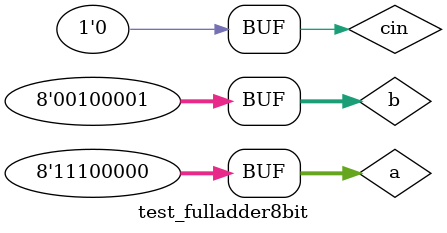
<source format=v>
`timescale 1ns / 1ps


module test_fulladder8bit;

	// Inputs
	reg [7:0] a;
	reg [7:0] b;
	reg cin;

	// Outputs
	wire [7:0] sum;
	wire cout;

	// Instantiate the Unit Under Test (UUT)
	fulladder8bit uut (
		.sum(sum), 
		.cout(cout), 
		.a(a), 
		.b(b), 
		.cin(cin)
	);

	initial begin
		// Initialize Inputs
		a = 10;
		b = 5;
		cin = 0;
		#50;
		a=32;
		b=33;
		#50;
		a=-32;
		b=33;
		#50;
		
        
		// Add stimulus here

	end
      
endmodule


</source>
